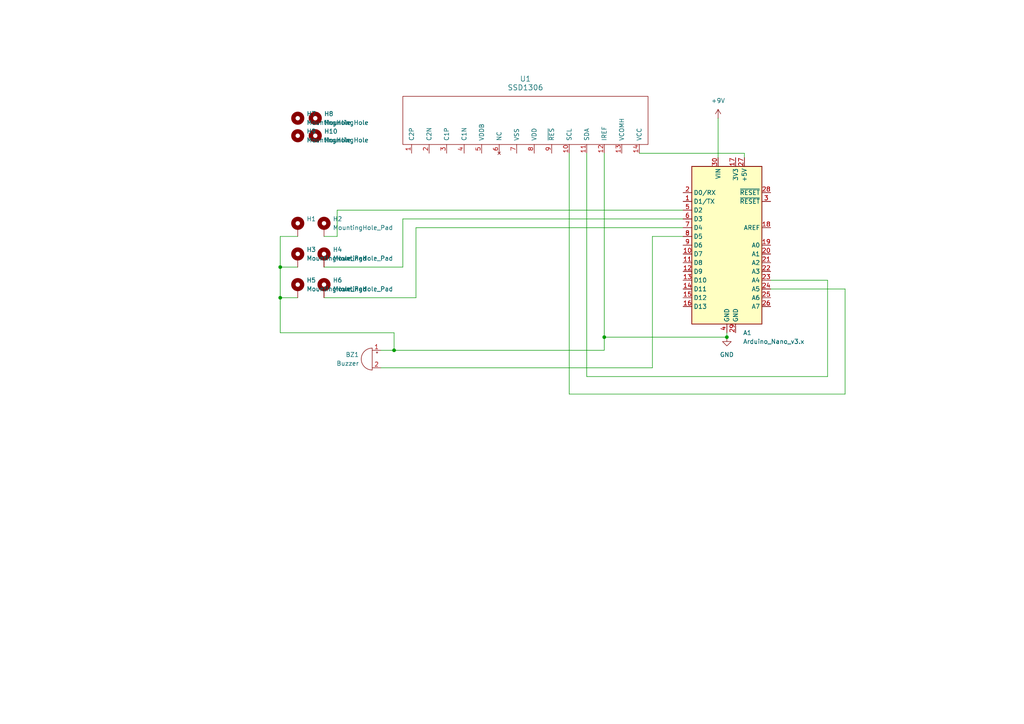
<source format=kicad_sch>
(kicad_sch (version 20250114) (generator "eeschema") (generator_version "9.0")
  (paper "A4")
  (lib_symbols
    (symbol "Device:Buzzer" (pin_names (offset 0.0254) (hide yes))
      (property "Reference" "BZ" (at 3.81 1.27 0))
      (property "Value" "Buzzer" (at 3.81 -1.27 0))
      (symbol "Buzzer_0_1"
        (polyline (pts (xy -1.651 1.905) (xy -1.143 1.905)))
        (polyline (pts (xy -1.397 2.159) (xy -1.397 1.651)))
        (arc (start 0 3.175) (mid 3.1612 0) (end 0 -3.175))
        (polyline (pts (xy 0 3.175) (xy 0 -3.175)))
      )
      (symbol "Buzzer_1_1"
        (pin passive line (at -2.54 2.54 0) (length 2.54) (name "+") (number "1"))
        (pin passive line (at -2.54 -2.54 0) (length 2.54) (name "-") (number "2"))
      )
    )
    (symbol "MCU_Module:Arduino_Nano_v3.x"
      (property "Reference" "A" (at -10.16 23.495 0))
      (property "Value" "Arduino_Nano_v3.x" (at 5.08 -24.13 0))
      (symbol "Arduino_Nano_v3.x_0_1"
        (rectangle (start -10.16 22.86) (end 10.16 -22.86) (stroke (width 0.254)) (fill (type background)))
      )
      (symbol "Arduino_Nano_v3.x_1_1"
        (pin bidirectional line (at -12.7 15.24 0) (length 2.54) (name "D0/RX") (number "2"))
        (pin bidirectional line (at -12.7 12.7 0) (length 2.54) (name "D1/TX") (number "1"))
        (pin bidirectional line (at -12.7 10.16 0) (length 2.54) (name "D2") (number "5"))
        (pin bidirectional line (at -12.7 7.62 0) (length 2.54) (name "D3") (number "6"))
        (pin bidirectional line (at -12.7 5.08 0) (length 2.54) (name "D4") (number "7"))
        (pin bidirectional line (at -12.7 2.54 0) (length 2.54) (name "D5") (number "8"))
        (pin bidirectional line (at -12.7 0 0) (length 2.54) (name "D6") (number "9"))
        (pin bidirectional line (at -12.7 -2.54 0) (length 2.54) (name "D7") (number "10"))
        (pin bidirectional line (at -12.7 -5.08 0) (length 2.54) (name "D8") (number "11"))
        (pin bidirectional line (at -12.7 -7.62 0) (length 2.54) (name "D9") (number "12"))
        (pin bidirectional line (at -12.7 -10.16 0) (length 2.54) (name "D10") (number "13"))
        (pin bidirectional line (at -12.7 -12.7 0) (length 2.54) (name "D11") (number "14"))
        (pin bidirectional line (at -12.7 -15.24 0) (length 2.54) (name "D12") (number "15"))
        (pin bidirectional line (at -12.7 -17.78 0) (length 2.54) (name "D13") (number "16"))
        (pin power_in line (at -2.54 25.4 270) (length 2.54) (name "VIN") (number "30"))
        (pin power_in line (at 0 -25.4 90) (length 2.54) (name "GND") (number "4"))
        (pin power_out line (at 2.54 25.4 270) (length 2.54) (name "3V3") (number "17"))
        (pin power_in line (at 2.54 -25.4 90) (length 2.54) (name "GND") (number "29"))
        (pin power_out line (at 5.08 25.4 270) (length 2.54) (name "+5V") (number "27"))
        (pin input line (at 12.7 15.24 180) (length 2.54) (name "~{RESET}") (number "28"))
        (pin input line (at 12.7 12.7 180) (length 2.54) (name "~{RESET}") (number "3"))
        (pin input line (at 12.7 5.08 180) (length 2.54) (name "AREF") (number "18"))
        (pin bidirectional line (at 12.7 0 180) (length 2.54) (name "A0") (number "19"))
        (pin bidirectional line (at 12.7 -2.54 180) (length 2.54) (name "A1") (number "20"))
        (pin bidirectional line (at 12.7 -5.08 180) (length 2.54) (name "A2") (number "21"))
        (pin bidirectional line (at 12.7 -7.62 180) (length 2.54) (name "A3") (number "22"))
        (pin bidirectional line (at 12.7 -10.16 180) (length 2.54) (name "A4") (number "23"))
        (pin bidirectional line (at 12.7 -12.7 180) (length 2.54) (name "A5") (number "24"))
        (pin bidirectional line (at 12.7 -15.24 180) (length 2.54) (name "A6") (number "25"))
        (pin bidirectional line (at 12.7 -17.78 180) (length 2.54) (name "A7") (number "26"))
      )
    )
    (symbol "Mechanical:MountingHole" (pin_names (offset 1.016)) (in_bom no)
      (property "Reference" "H" (at 0 5.08 0))
      (property "Value" "MountingHole" (at 0 3.175 0))
      (symbol "MountingHole_0_1"
        (circle (center 0 0) (radius 1.27) (stroke (width 1.27)))
      )
    )
    (symbol "Mechanical:MountingHole_Pad" (pin_numbers (hide yes)) (pin_names (offset 1.016) (hide yes)) (in_bom no)
      (property "Reference" "H" (at 0 6.35 0))
      (property "Value" "MountingHole_Pad" (at 0 4.445 0))
      (symbol "MountingHole_Pad_0_1"
        (circle (center 0 1.27) (radius 1.27) (stroke (width 1.27)))
      )
      (symbol "MountingHole_Pad_1_1"
        (pin input line (at 0 -2.54 90) (length 2.54) (name "1") (number "1"))
      )
    )
    (symbol "SSD1306 Display:SSD1306" (pin_names (offset 1.016))
      (property "Reference" "U" (at 34.29 15.24 0))
      (property "Value" "SSD1306" (at -34.29 15.24 0))
      (symbol "SSD1306_0_1"
        (rectangle (start -35.56 16.51) (end 35.56 2.54))
      )
      (symbol "SSD1306_1_1"
        (pin input line (at -33.02 0 90) (length 2.54) (name "C2P") (number "1"))
        (pin input line (at -27.94 0 90) (length 2.54) (name "C2N") (number "2"))
        (pin input line (at -22.86 0 90) (length 2.54) (name "C1P") (number "3"))
        (pin input line (at -17.78 0 90) (length 2.54) (name "C1N") (number "4"))
        (pin input line (at -12.7 0 90) (length 2.54) (name "VDDB") (number "5"))
        (pin no_connect line (at -7.62 0 90) (length 2.54) (name "NC") (number "6"))
        (pin output line (at -2.54 0 90) (length 2.54) (name "VSS") (number "7"))
        (pin input line (at 2.54 0 90) (length 2.54) (name "VDD") (number "8"))
        (pin input line (at 7.62 0 90) (length 2.54) (name "~{RES}") (number "9"))
        (pin input line (at 12.7 0 90) (length 2.54) (name "SCL") (number "10"))
        (pin input line (at 17.78 0 90) (length 2.54) (name "SDA") (number "11"))
        (pin input line (at 22.86 0 90) (length 2.54) (name "IREF") (number "12"))
        (pin input line (at 27.94 0 90) (length 2.54) (name "VCOMH") (number "13"))
        (pin input line (at 33.02 0 90) (length 2.54) (name "VCC") (number "14"))
      )
    )
    (symbol "power:+9V" (power) (pin_numbers (hide yes)) (pin_names (offset 0) (hide yes))
      (property "Value" "+9V" (at 0 3.556 0))
      (symbol "+9V_0_1"
        (polyline (pts (xy -0.762 1.27) (xy 0 2.54)))
        (polyline (pts (xy 0 2.54) (xy 0.762 1.27)))
        (polyline (pts (xy 0 0) (xy 0 2.54)))
      )
      (symbol "+9V_1_1"
        (pin power_in line (at 0 0 90) (length 0) (name "~") (number "1"))
      )
    )
    (symbol "power:GND" (power) (pin_numbers (hide yes)) (pin_names (offset 0) (hide yes))
      (property "Value" "GND" (at 0 -3.81 0))
      (symbol "GND_0_1"
        (polyline (pts (xy 0 0) (xy 0 -1.27) (xy 1.27 -1.27) (xy 0 -2.54) (xy -1.27 -1.27) (xy 0 -1.27)))
      )
      (symbol "GND_1_1"
        (pin power_in line (at 0 0 270) (length 0) (name "~") (number "1"))
      )
    )
  )
  (junction (at 81.28 77.47))
  (junction (at 210.82 97.79))
  (junction (at 175.26 97.79))
  (junction (at 81.28 86.36))
  (junction (at 114.3 101.6))
  (wire (pts (xy 245.11 114.3) (xy 245.11 83.82)))
  (wire (pts (xy 81.28 96.52) (xy 114.3 96.52)))
  (wire (pts (xy 215.9 44.45) (xy 215.9 45.72)))
  (wire (pts (xy 97.79 68.58) (xy 93.98 68.58)))
  (wire (pts (xy 120.65 66.04) (xy 120.65 86.36)))
  (wire (pts (xy 189.23 106.68) (xy 189.23 68.58)))
  (wire (pts (xy 185.42 44.45) (xy 215.9 44.45)))
  (wire (pts (xy 240.03 109.22) (xy 240.03 81.28)))
  (wire (pts (xy 110.49 106.68) (xy 189.23 106.68)))
  (wire (pts (xy 110.49 101.6) (xy 114.3 101.6)))
  (wire (pts (xy 240.03 81.28) (xy 223.52 81.28)))
  (wire (pts (xy 81.28 86.36) (xy 86.36 86.36)))
  (wire (pts (xy 189.23 68.58) (xy 198.12 68.58)))
  (wire (pts (xy 175.26 97.79) (xy 210.82 97.79)))
  (wire (pts (xy 245.11 83.82) (xy 223.52 83.82)))
  (wire (pts (xy 81.28 77.47) (xy 81.28 86.36)))
  (wire (pts (xy 81.28 86.36) (xy 81.28 96.52)))
  (wire (pts (xy 165.1 44.45) (xy 165.1 114.3)))
  (wire (pts (xy 114.3 96.52) (xy 114.3 101.6)))
  (wire (pts (xy 208.28 34.29) (xy 208.28 45.72)))
  (wire (pts (xy 97.79 60.96) (xy 198.12 60.96)))
  (wire (pts (xy 210.82 96.52) (xy 210.82 97.79)))
  (wire (pts (xy 97.79 60.96) (xy 97.79 68.58)))
  (wire (pts (xy 116.84 63.5) (xy 116.84 77.47)))
  (wire (pts (xy 170.18 44.45) (xy 170.18 109.22)))
  (wire (pts (xy 120.65 86.36) (xy 93.98 86.36)))
  (wire (pts (xy 165.1 114.3) (xy 245.11 114.3)))
  (wire (pts (xy 170.18 109.22) (xy 240.03 109.22)))
  (wire (pts (xy 116.84 63.5) (xy 198.12 63.5)))
  (wire (pts (xy 81.28 68.58) (xy 81.28 77.47)))
  (wire (pts (xy 175.26 44.45) (xy 175.26 97.79)))
  (wire (pts (xy 81.28 77.47) (xy 86.36 77.47)))
  (wire (pts (xy 175.26 101.6) (xy 175.26 97.79)))
  (wire (pts (xy 86.36 68.58) (xy 81.28 68.58)))
  (wire (pts (xy 114.3 101.6) (xy 175.26 101.6)))
  (wire (pts (xy 120.65 66.04) (xy 198.12 66.04)))
  (wire (pts (xy 116.84 77.47) (xy 93.98 77.47)))
  (symbol (lib_id "Mechanical:MountingHole_Pad") (at 93.98 74.93 0) (unit 1) (in_bom no)
    (property "Reference" "H4" (at 96.52 72.3899 0) (effects (justify left)))
    (property "Value" "MountingHole_Pad" (at 96.52 74.9299 0) (effects (justify left)))
    (property "Footprint" "MountingHole:MountingHole_2.2mm_M2_Pad" (effects (hide yes)))
    (property "Description" "Mounting Hole with connection" (effects (hide yes)))
  )
  (symbol (lib_id "Mechanical:MountingHole") (at 86.36 39.37 0) (unit 1) (in_bom no)
    (property "Reference" "H9" (at 88.9 38.0999 0) (effects (justify left)))
    (property "Value" "MountingHole" (at 88.9 40.6399 0) (effects (justify left)))
    (property "Footprint" "MountingHole:MountingHole_4.3mm_M4" (effects (hide yes)))
    (property "Description" "Mounting Hole without connection" (effects (hide yes)))
  )
  (symbol (lib_id "Mechanical:MountingHole") (at 86.36 34.29 0) (unit 1) (in_bom no)
    (property "Reference" "H7" (at 88.9 33.0199 0) (effects (justify left)))
    (property "Value" "MountingHole" (at 88.9 35.5599 0) (effects (justify left)))
    (property "Footprint" "MountingHole:MountingHole_4.3mm_M4" (effects (hide yes)))
    (property "Description" "Mounting Hole without connection" (effects (hide yes)))
  )
  (symbol (lib_id "power:GND") (at 210.82 97.79 0) (unit 1)
    (property "Reference" "#PWR02" (effects (hide yes)))
    (property "Value" "GND" (at 210.82 102.87 0))
    (property "Description" "Power symbol creates a global label with name \"GND\" , ground" (effects (hide yes)))
  )
  (symbol (lib_id "Mechanical:MountingHole_Pad") (at 93.98 83.82 0) (unit 1) (in_bom no)
    (property "Reference" "H6" (at 96.52 81.2799 0) (effects (justify left)))
    (property "Value" "MountingHole_Pad" (at 96.52 83.8199 0) (effects (justify left)))
    (property "Footprint" "MountingHole:MountingHole_2.2mm_M2_Pad" (effects (hide yes)))
    (property "Description" "Mounting Hole with connection" (effects (hide yes)))
  )
  (symbol (lib_id "Mechanical:MountingHole_Pad") (at 93.98 66.04 0) (unit 1) (in_bom no)
    (property "Reference" "H2" (at 96.52 63.4999 0) (effects (justify left)))
    (property "Value" "MountingHole_Pad" (at 96.52 66.0399 0) (effects (justify left)))
    (property "Footprint" "MountingHole:MountingHole_2.2mm_M2_Pad" (effects (hide yes)))
    (property "Description" "Mounting Hole with connection" (effects (hide yes)))
  )
  (symbol (lib_id "Mechanical:MountingHole_Pad") (at 86.36 74.93 0) (unit 1) (in_bom no)
    (property "Reference" "H3" (at 88.9 72.3899 0) (effects (justify left)))
    (property "Value" "MountingHole_Pad" (at 88.9 74.9299 0) (effects (justify left)))
    (property "Footprint" "MountingHole:MountingHole_2.2mm_M2_Pad" (effects (hide yes)))
    (property "Description" "Mounting Hole with connection" (effects (hide yes)))
  )
  (symbol (lib_id "power:+9V") (at 208.28 34.29 0) (unit 1)
    (property "Reference" "#PWR01" (effects (hide yes)))
    (property "Value" "+9V" (at 208.28 29.21 0))
    (property "Description" "Power symbol creates a global label with name \"+9V\"" (effects (hide yes)))
  )
  (symbol (lib_id "Mechanical:MountingHole") (at 91.44 39.37 0) (unit 1) (in_bom no)
    (property "Reference" "H10" (at 93.98 38.0999 0) (effects (justify left)))
    (property "Value" "MountingHole" (at 93.98 40.6399 0) (effects (justify left)))
    (property "Footprint" "MountingHole:MountingHole_4.3mm_M4" (effects (hide yes)))
    (property "Description" "Mounting Hole without connection" (effects (hide yes)))
  )
  (symbol (lib_id "Mechanical:MountingHole_Pad") (at 86.36 66.04 0) (unit 1) (in_bom no)
    (property "Reference" "H1" (at 88.9 63.4999 0) (effects (justify left)))
    (property "Value" "MountingHole_Pad" (effects (hide yes)))
    (property "Footprint" "MountingHole:MountingHole_2.2mm_M2_Pad" (effects (hide yes)))
    (property "Description" "Mounting Hole with connection" (effects (hide yes)))
  )
  (symbol (lib_id "Mechanical:MountingHole_Pad") (at 86.36 83.82 0) (unit 1) (in_bom no)
    (property "Reference" "H5" (at 88.9 81.2799 0) (effects (justify left)))
    (property "Value" "MountingHole_Pad" (at 88.9 83.8199 0) (effects (justify left)))
    (property "Footprint" "MountingHole:MountingHole_2.2mm_M2_Pad" (effects (hide yes)))
    (property "Description" "Mounting Hole with connection" (effects (hide yes)))
  )
  (symbol (lib_id "SSD1306 Display:SSD1306") (at 152.4 44.45 0) (unit 1)
    (property "Reference" "U1" (at 152.4 22.86 0) (effects (font (size 1.524 1.524))))
    (property "Value" "SSD1306" (at 152.4 25.4 0) (effects (font (size 1.524 1.524))))
    (property "Footprint" "Display:Adafruit_SSD1306" (effects (hide yes)))
  )
  (symbol (lib_id "MCU_Module:Arduino_Nano_v3.x") (at 210.82 71.12 0) (unit 1)
    (property "Reference" "A1" (at 215.5033 96.52 0) (effects (justify left)))
    (property "Value" "Arduino_Nano_v3.x" (at 215.5033 99.06 0) (effects (justify left)))
    (property "Footprint" "Module:Arduino_Nano" (effects (hide yes)))
    (property "Datasheet" "http://www.mouser.com/pdfdocs/Gravitech_Arduino_Nano3_0.pdf" (effects (hide yes)))
    (property "Description" "Arduino Nano v3.x" (effects (hide yes)))
  )
  (symbol (lib_id "Device:Buzzer") (at 107.95 104.14 0) (mirror y) (unit 1)
    (property "Reference" "BZ1" (at 104.14 102.8699 0) (effects (justify left)))
    (property "Value" "Buzzer" (at 104.14 105.4099 0) (effects (justify left)))
    (property "Footprint" "Buzzer_Beeper:Buzzer_TDK_PS1240P02BT_D12.2mm_H6.5mm" (effects (hide yes)))
    (property "Description" "Buzzer, polarized" (effects (hide yes)))
  )
  (symbol (lib_id "Mechanical:MountingHole") (at 91.44 34.29 0) (unit 1) (in_bom no)
    (property "Reference" "H8" (at 93.98 33.0199 0) (effects (justify left)))
    (property "Value" "MountingHole" (at 93.98 35.5599 0) (effects (justify left)))
    (property "Footprint" "MountingHole:MountingHole_4.3mm_M4" (effects (hide yes)))
    (property "Description" "Mounting Hole without connection" (effects (hide yes)))
  )
)
</source>
